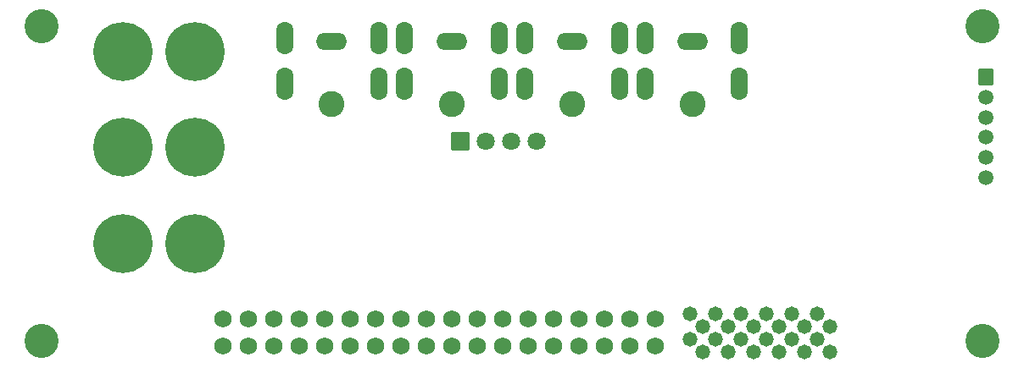
<source format=gbs>
G04 Layer: BottomSolderMaskLayer*
G04 EasyEDA Pro v2.2.23.6, 2024-08-03 20:46:29*
G04 Gerber Generator version 0.3*
G04 Scale: 100 percent, Rotated: No, Reflected: No*
G04 Dimensions in millimeters*
G04 Leading zeros omitted, absolute positions, 3 integers and 5 decimals*
%FSLAX35Y35*%
%MOMM*%
%AMRoundRect*1,1,$1,$2,$3*1,1,$1,$4,$5*1,1,$1,0-$2,0-$3*1,1,$1,0-$4,0-$5*20,1,$1,$2,$3,$4,$5,0*20,1,$1,$4,$5,0-$2,0-$3,0*20,1,$1,0-$2,0-$3,0-$4,0-$5,0*20,1,$1,0-$4,0-$5,$2,$3,0*4,1,4,$2,$3,$4,$5,0-$2,0-$3,0-$4,0-$5,$2,$3,0*%
%ADD10O,1.70002X3.30002*%
%ADD11O,3.10002X1.70002*%
%ADD12C,2.60002*%
%ADD13C,3.4036*%
%ADD14C,1.4732*%
%ADD15C,1.7272*%
%ADD16C,5.89999*%
%ADD17RoundRect,0.09654X-0.85273X0.85273X0.85273X0.85273*%
%ADD18C,1.802*%
%ADD19C,1.502*%
%ADD20RoundRect,0.09551X0.70324X0.76524X0.70324X-0.76524*%
G75*


G04 Pad Start*
G54D10*
G01X6327509Y2872495D03*
G01X6327509Y3332514D03*
G01X7272491Y2872495D03*
G01X7272491Y3332514D03*
G54D11*
G01X6800000Y3292484D03*
G54D12*
G01X6800000Y2667491D03*
G54D10*
G01X5127509Y2872495D03*
G01X5127509Y3332514D03*
G01X6072491Y2872495D03*
G01X6072491Y3332514D03*
G54D11*
G01X5600000Y3292484D03*
G54D12*
G01X5600000Y2667491D03*
G54D10*
G01X3927509Y2872495D03*
G01X3927509Y3332514D03*
G01X4872491Y2872495D03*
G01X4872491Y3332514D03*
G54D11*
G01X4400000Y3292484D03*
G54D12*
G01X4400000Y2667491D03*
G54D13*
G01X300000Y3450000D03*
G01X9700000Y3450000D03*
G01X300000Y300000D03*
G01X9700000Y300000D03*
G54D14*
G01X8176987Y188000D03*
G01X8176987Y442000D03*
G01X8049987Y315000D03*
G01X8049987Y569000D03*
G01X7922987Y188000D03*
G01X7922987Y442000D03*
G01X7795987Y315000D03*
G01X7795987Y569000D03*
G01X7668987Y188000D03*
G01X7668987Y442000D03*
G01X7542012Y315000D03*
G01X7542012Y569000D03*
G01X7415012Y188000D03*
G01X7415012Y442000D03*
G01X7288012Y315000D03*
G01X7288012Y569000D03*
G01X7161012Y188000D03*
G01X7161012Y442000D03*
G01X7034012Y315000D03*
G01X7034012Y569000D03*
G01X6907012Y188000D03*
G01X6907012Y442000D03*
G01X6780012Y315000D03*
G01X6780012Y569000D03*
G54D15*
G01X6430000Y243499D03*
G01X6430000Y513501D03*
G01X6176000Y243499D03*
G01X6176000Y513501D03*
G01X5922000Y243499D03*
G01X5922000Y513501D03*
G01X5414000Y243499D03*
G01X5414000Y513501D03*
G01X5668000Y513501D03*
G01X5668000Y243499D03*
G01X5160000Y243499D03*
G01X5160000Y513501D03*
G01X4398000Y243499D03*
G01X4398000Y513501D03*
G01X4652000Y513501D03*
G01X4652000Y243499D03*
G01X4906000Y243499D03*
G01X4906000Y513501D03*
G01X3636000Y243499D03*
G01X3636000Y513501D03*
G01X3890000Y513501D03*
G01X3890000Y243499D03*
G01X4144000Y243499D03*
G01X4144000Y513501D03*
G01X2874000Y243499D03*
G01X2874000Y513501D03*
G01X3128000Y513501D03*
G01X3128000Y243499D03*
G01X3382000Y243499D03*
G01X3382000Y513501D03*
G01X2112000Y243499D03*
G01X2112000Y513501D03*
G01X2366000Y513501D03*
G01X2366000Y243499D03*
G01X2620000Y243499D03*
G01X2620000Y513501D03*
G54D16*
G01X1834994Y3195000D03*
G01X1115006Y3195000D03*
G01X1834994Y2235000D03*
G01X1115006Y2235000D03*
G01X1834994Y1275000D03*
G01X1115006Y1275000D03*
G54D17*
G01X4483100Y2298700D03*
G54D18*
G01X4737100Y2298700D03*
G01X4991100Y2298700D03*
G01X5245100Y2298700D03*
G54D19*
G01X9734982Y1934996D03*
G01X9734982Y2134996D03*
G01X9734982Y2334995D03*
G01X9734982Y2534995D03*
G01X9734982Y2734995D03*
G54D20*
G01X9734982Y2934994D03*
G54D10*
G01X2727509Y2872495D03*
G01X2727509Y3332514D03*
G01X3672491Y2872495D03*
G01X3672491Y3332514D03*
G54D11*
G01X3200000Y3292484D03*
G54D12*
G01X3200000Y2667491D03*
G04 Pad End*

M02*


</source>
